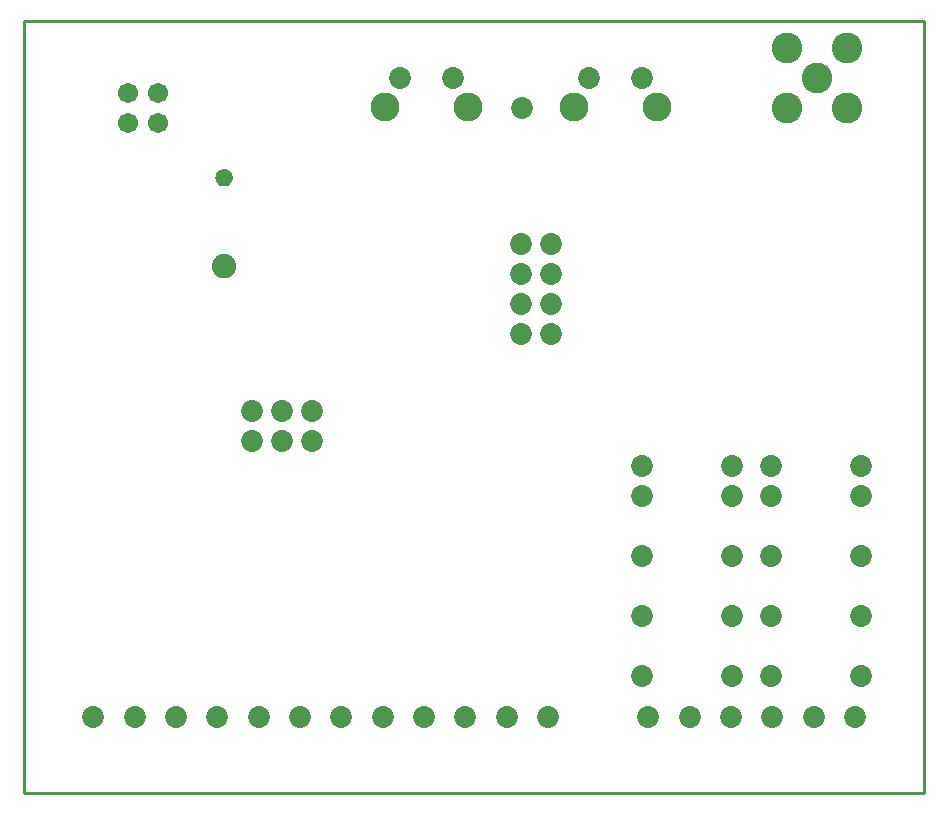
<source format=gbr>
G04 EAGLE Gerber RS-274X export*
G75*
%MOMM*%
%FSLAX34Y34*%
%LPD*%
%INSoldermask Bottom*%
%IPPOS*%
%AMOC8*
5,1,8,0,0,1.08239X$1,22.5*%
G01*
%ADD10C,2.003200*%
%ADD11C,1.403200*%
%ADD12C,1.853200*%
%ADD13C,2.603200*%
%ADD14C,1.711200*%
%ADD15C,2.453200*%
%ADD16C,0.254000*%


D10*
X168910Y446405D03*
D11*
X168910Y521335D03*
D12*
X218440Y298450D03*
X193040Y323850D03*
X193040Y298450D03*
X243840Y323850D03*
X243840Y298450D03*
X218440Y323850D03*
X420370Y388620D03*
X445770Y464820D03*
X445770Y439420D03*
X420370Y464820D03*
X420370Y439420D03*
X420370Y414020D03*
X445770Y414020D03*
X445770Y388620D03*
D13*
X671000Y605790D03*
X645600Y631190D03*
X645600Y580390D03*
X696400Y580390D03*
X696400Y631190D03*
D12*
X443500Y64770D03*
X408500Y64770D03*
X373500Y64770D03*
X338500Y64770D03*
X303500Y64770D03*
X268500Y64770D03*
X233500Y64770D03*
X198500Y64770D03*
X163500Y64770D03*
X128500Y64770D03*
X93500Y64770D03*
X58500Y64770D03*
X703500Y64770D03*
X668500Y64770D03*
X633500Y64770D03*
X598500Y64770D03*
X563500Y64770D03*
X528500Y64770D03*
D14*
X113700Y567690D03*
X88300Y567690D03*
X113700Y593090D03*
X88300Y593090D03*
D12*
X363500Y605790D03*
X318500Y605790D03*
D15*
X376000Y580790D03*
X306000Y580790D03*
D12*
X523500Y605790D03*
X478500Y605790D03*
D15*
X536000Y580790D03*
X466000Y580790D03*
D12*
X523240Y276860D03*
X599440Y149860D03*
X599440Y276860D03*
X523240Y149860D03*
X523240Y200660D03*
X599440Y200660D03*
X523240Y99060D03*
X599440Y99060D03*
X523240Y251460D03*
X599440Y251460D03*
X632460Y276860D03*
X708660Y149860D03*
X708660Y276860D03*
X632460Y149860D03*
X632460Y200660D03*
X708660Y200660D03*
X632460Y99060D03*
X708660Y99060D03*
X632460Y251460D03*
X708660Y251460D03*
X421640Y580390D03*
D16*
X0Y0D02*
X762000Y0D01*
X762000Y654050D01*
X0Y654050D01*
X0Y0D01*
X177910Y446012D02*
X177842Y445229D01*
X177705Y444455D01*
X177502Y443696D01*
X177233Y442958D01*
X176901Y442245D01*
X176508Y441565D01*
X176057Y440921D01*
X175552Y440319D01*
X174996Y439763D01*
X174394Y439258D01*
X173750Y438807D01*
X173070Y438414D01*
X172357Y438082D01*
X171619Y437813D01*
X170860Y437610D01*
X170086Y437474D01*
X169303Y437405D01*
X168517Y437405D01*
X167734Y437474D01*
X166960Y437610D01*
X166201Y437813D01*
X165463Y438082D01*
X164750Y438414D01*
X164070Y438807D01*
X163426Y439258D01*
X162824Y439763D01*
X162268Y440319D01*
X161763Y440921D01*
X161312Y441565D01*
X160919Y442245D01*
X160587Y442958D01*
X160318Y443696D01*
X160115Y444455D01*
X159979Y445229D01*
X159910Y446012D01*
X159910Y446798D01*
X159979Y447581D01*
X160115Y448355D01*
X160318Y449114D01*
X160587Y449852D01*
X160919Y450565D01*
X161312Y451245D01*
X161763Y451889D01*
X162268Y452491D01*
X162824Y453047D01*
X163426Y453552D01*
X164070Y454003D01*
X164750Y454396D01*
X165463Y454728D01*
X166201Y454997D01*
X166960Y455200D01*
X167734Y455337D01*
X168517Y455405D01*
X169303Y455405D01*
X170086Y455337D01*
X170860Y455200D01*
X171619Y454997D01*
X172357Y454728D01*
X173070Y454396D01*
X173750Y454003D01*
X174394Y453552D01*
X174996Y453047D01*
X175552Y452491D01*
X176057Y451889D01*
X176508Y451245D01*
X176901Y450565D01*
X177233Y449852D01*
X177502Y449114D01*
X177705Y448355D01*
X177842Y447581D01*
X177910Y446798D01*
X177910Y446012D01*
X174910Y520998D02*
X174835Y520328D01*
X174685Y519671D01*
X174462Y519035D01*
X174170Y518428D01*
X173811Y517858D01*
X173391Y517331D01*
X172914Y516854D01*
X172388Y516434D01*
X171817Y516075D01*
X171210Y515783D01*
X170574Y515560D01*
X169917Y515410D01*
X169247Y515335D01*
X168573Y515335D01*
X167903Y515410D01*
X167246Y515560D01*
X166610Y515783D01*
X166003Y516075D01*
X165433Y516434D01*
X164906Y516854D01*
X164429Y517331D01*
X164009Y517858D01*
X163650Y518428D01*
X163358Y519035D01*
X163135Y519671D01*
X162985Y520328D01*
X162910Y520998D01*
X162910Y521672D01*
X162985Y522342D01*
X163135Y522999D01*
X163358Y523635D01*
X163650Y524242D01*
X164009Y524813D01*
X164429Y525339D01*
X164906Y525816D01*
X165433Y526236D01*
X166003Y526595D01*
X166610Y526887D01*
X167246Y527110D01*
X167903Y527260D01*
X168573Y527335D01*
X169247Y527335D01*
X169917Y527260D01*
X170574Y527110D01*
X171210Y526887D01*
X171817Y526595D01*
X172388Y526236D01*
X172914Y525816D01*
X173391Y525339D01*
X173811Y524813D01*
X174170Y524242D01*
X174462Y523635D01*
X174685Y522999D01*
X174835Y522342D01*
X174910Y521672D01*
X174910Y520998D01*
M02*

</source>
